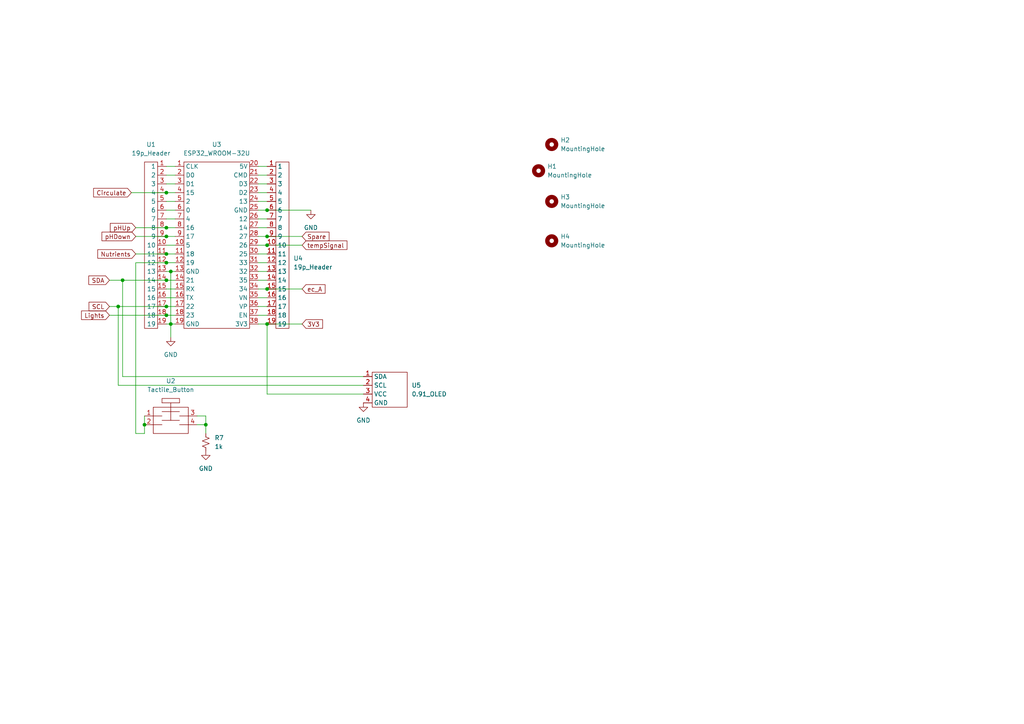
<source format=kicad_sch>
(kicad_sch (version 20211123) (generator eeschema)
  (paper "A4")
  (lib_symbols
    (symbol "Device:R_Small_US" (pin_numbers hide) (pin_names (offset 0.254) hide)
      (property "Reference" "R" (at 0.762 0.508 0))
      (property "Value" "R_Small_US" (at 0.762 -1.016 0))
      (symbol "R_Small_US_1_1"
        (polyline (pts (xy 0 0) (xy 1.016 -0.381) (xy 0 -0.762) (xy -1.016 -1.143) (xy 0 -1.524)))
        (polyline (pts (xy 0 1.524) (xy 1.016 1.143) (xy 0 0.762) (xy -1.016 0.381) (xy 0 0)))
        (pin passive line (at 0 2.54 270) (length 1.016) (name "~") (number "1"))
        (pin passive line (at 0 -2.54 90) (length 1.016) (name "~") (number "2"))
      )
    )
    (symbol "Hydro_Library:0.91_OLED"
      (property "Reference" "U" (at 0 11.43 0))
      (property "Value" "0.91_OLED" (at 0 6.35 0))
      (symbol "0.91_OLED_0_1"
        (rectangle (start -5.08 5.08) (end 5.08 -5.08))
      )
      (symbol "0.91_OLED_1_1"
        (pin input line (at -7.62 3.81 0) (length 2.54) (name "SDA") (number "1"))
        (pin input line (at -7.62 1.27 0) (length 2.54) (name "SCL") (number "2"))
        (pin input line (at -7.62 -1.27 0) (length 2.54) (name "VCC") (number "3"))
        (pin input line (at -7.62 -3.81 0) (length 2.54) (name "GND") (number "4"))
      )
    )
    (symbol "Hydro_Library:19p_Header"
      (property "Reference" "U" (at -3.81 2.54 0))
      (property "Value" "19p_Header" (at 1.27 0 0))
      (symbol "19p_Header_0_1"
        (rectangle (start 0 -1.27) (end -3.81 -49.53))
      )
      (symbol "19p_Header_1_1"
        (pin bidirectional line (at 2.54 -2.54 180) (length 2.54) (name "1") (number "1"))
        (pin bidirectional line (at 2.54 -25.4 180) (length 2.54) (name "10") (number "10"))
        (pin bidirectional line (at 2.54 -27.94 180) (length 2.54) (name "11") (number "11"))
        (pin bidirectional line (at 2.54 -30.48 180) (length 2.54) (name "12") (number "12"))
        (pin bidirectional line (at 2.54 -33.02 180) (length 2.54) (name "13") (number "13"))
        (pin bidirectional line (at 2.54 -35.56 180) (length 2.54) (name "14") (number "14"))
        (pin bidirectional line (at 2.54 -38.1 180) (length 2.54) (name "15") (number "15"))
        (pin bidirectional line (at 2.54 -40.64 180) (length 2.54) (name "16") (number "16"))
        (pin bidirectional line (at 2.54 -43.18 180) (length 2.54) (name "17") (number "17"))
        (pin bidirectional line (at 2.54 -45.72 180) (length 2.54) (name "18") (number "18"))
        (pin bidirectional line (at 2.54 -48.26 180) (length 2.54) (name "19") (number "19"))
        (pin bidirectional line (at 2.54 -5.08 180) (length 2.54) (name "2") (number "2"))
        (pin bidirectional line (at 2.54 -7.62 180) (length 2.54) (name "3") (number "3"))
        (pin bidirectional line (at 2.54 -10.16 180) (length 2.54) (name "4") (number "4"))
        (pin bidirectional line (at 2.54 -12.7 180) (length 2.54) (name "5") (number "5"))
        (pin bidirectional line (at 2.54 -15.24 180) (length 2.54) (name "6") (number "6"))
        (pin bidirectional line (at 2.54 -17.78 180) (length 2.54) (name "7") (number "7"))
        (pin bidirectional line (at 2.54 -20.32 180) (length 2.54) (name "8") (number "8"))
        (pin bidirectional line (at 2.54 -22.86 180) (length 2.54) (name "9") (number "9"))
      )
    )
    (symbol "Hydro_Library:ESP32_WROOM-32U"
      (property "Reference" "U1" (at 9.525 5.08 0))
      (property "Value" "ESP32_WROOM-32U" (at 9.525 2.54 0))
      (symbol "ESP32_WROOM-32U_0_1"
        (rectangle (start 0 0) (end 19.05 -48.26))
      )
      (symbol "ESP32_WROOM-32U_1_1"
        (pin bidirectional line (at -2.54 -1.27 0) (length 2.54) (name "CLK") (number "1"))
        (pin bidirectional line (at -2.54 -24.13 0) (length 2.54) (name "5") (number "10"))
        (pin bidirectional line (at -2.54 -26.67 0) (length 2.54) (name "18") (number "11"))
        (pin bidirectional line (at -2.54 -29.21 0) (length 2.54) (name "19") (number "12"))
        (pin bidirectional line (at -2.54 -31.75 0) (length 2.54) (name "GND") (number "13"))
        (pin bidirectional line (at -2.54 -34.29 0) (length 2.54) (name "21") (number "14"))
        (pin bidirectional line (at -2.54 -36.83 0) (length 2.54) (name "RX") (number "15"))
        (pin bidirectional line (at -2.54 -39.37 0) (length 2.54) (name "TX") (number "16"))
        (pin bidirectional line (at -2.54 -41.91 0) (length 2.54) (name "22") (number "17"))
        (pin bidirectional line (at -2.54 -44.45 0) (length 2.54) (name "23") (number "18"))
        (pin bidirectional line (at -2.54 -46.99 0) (length 2.54) (name "GND") (number "19"))
        (pin bidirectional line (at -2.54 -3.81 0) (length 2.54) (name "D0") (number "2"))
        (pin bidirectional line (at 21.59 -1.27 180) (length 2.54) (name "5V") (number "20"))
        (pin bidirectional line (at 21.59 -3.81 180) (length 2.54) (name "CMD") (number "21"))
        (pin bidirectional line (at 21.59 -6.35 180) (length 2.54) (name "D3") (number "22"))
        (pin bidirectional line (at 21.59 -8.89 180) (length 2.54) (name "D2") (number "23"))
        (pin bidirectional line (at 21.59 -11.43 180) (length 2.54) (name "13") (number "24"))
        (pin bidirectional line (at 21.59 -13.97 180) (length 2.54) (name "GND") (number "25"))
        (pin bidirectional line (at 21.59 -16.51 180) (length 2.54) (name "12") (number "26"))
        (pin bidirectional line (at 21.59 -19.05 180) (length 2.54) (name "14") (number "27"))
        (pin bidirectional line (at 21.59 -21.59 180) (length 2.54) (name "27") (number "28"))
        (pin bidirectional line (at 21.59 -24.13 180) (length 2.54) (name "26") (number "29"))
        (pin bidirectional line (at -2.54 -6.35 0) (length 2.54) (name "D1") (number "3"))
        (pin bidirectional line (at 21.59 -26.67 180) (length 2.54) (name "25") (number "30"))
        (pin bidirectional line (at 21.59 -29.21 180) (length 2.54) (name "33") (number "31"))
        (pin bidirectional line (at 21.59 -31.75 180) (length 2.54) (name "32") (number "32"))
        (pin bidirectional line (at 21.59 -34.29 180) (length 2.54) (name "35") (number "33"))
        (pin bidirectional line (at 21.59 -36.83 180) (length 2.54) (name "34") (number "34"))
        (pin bidirectional line (at 21.59 -39.37 180) (length 2.54) (name "VN") (number "35"))
        (pin bidirectional line (at 21.59 -41.91 180) (length 2.54) (name "VP") (number "36"))
        (pin bidirectional line (at 21.59 -44.45 180) (length 2.54) (name "EN") (number "37"))
        (pin bidirectional line (at 21.59 -46.99 180) (length 2.54) (name "3V3") (number "38"))
        (pin bidirectional line (at -2.54 -8.89 0) (length 2.54) (name "15") (number "4"))
        (pin bidirectional line (at -2.54 -11.43 0) (length 2.54) (name "2") (number "5"))
        (pin bidirectional line (at -2.54 -13.97 0) (length 2.54) (name "0") (number "6"))
        (pin bidirectional line (at -2.54 -16.51 0) (length 2.54) (name "4") (number "7"))
        (pin bidirectional line (at -2.54 -19.05 0) (length 2.54) (name "16") (number "8"))
        (pin bidirectional line (at -2.54 -21.59 0) (length 2.54) (name "17") (number "9"))
      )
    )
    (symbol "Hydro_Library:Tactile_Button"
      (property "Reference" "U" (at 0 8.89 0))
      (property "Value" "Tactile_Button" (at 0 6.35 0))
      (symbol "Tactile_Button_0_1"
        (rectangle (start -5.08 1.27) (end 5.08 -6.35))
        (polyline (pts (xy -5.08 -3.81) (xy -2.54 -3.81)))
        (polyline (pts (xy -5.08 -1.27) (xy -2.54 -1.27)))
        (polyline (pts (xy -2.54 -2.54) (xy 2.54 -2.54)))
        (polyline (pts (xy -2.54 0) (xy 2.54 0)))
        (polyline (pts (xy 5.08 -3.81) (xy 2.54 -3.81)))
        (polyline (pts (xy 5.08 -1.27) (xy 2.54 -1.27)))
        (polyline (pts (xy -2.54 2.54) (xy -2.54 3.81) (xy 2.54 3.81) (xy 2.54 2.54)))
        (polyline (pts (xy 0 -2.54) (xy 0 2.54) (xy -2.54 2.54) (xy 2.54 2.54)))
      )
      (symbol "Tactile_Button_1_1"
        (pin input line (at -7.62 -1.27 0) (length 2.54) (name "") (number "1"))
        (pin input line (at -7.62 -3.81 0) (length 2.54) (name "") (number "2"))
        (pin input line (at 7.62 -1.27 180) (length 2.54) (name "") (number "3"))
        (pin input line (at 7.62 -3.81 180) (length 2.54) (name "") (number "4"))
      )
    )
    (symbol "Mechanical:MountingHole" (pin_names (offset 1.016))
      (property "Reference" "H" (at 0 5.08 0))
      (property "Value" "MountingHole" (at 0 3.175 0))
      (symbol "MountingHole_0_1"
        (circle (center 0 0) (radius 1.27) (stroke (width 1.27)))
      )
    )
    (symbol "power:GND" (power) (pin_names (offset 0))
      (property "Value" "GND" (at 0 -3.81 0))
      (symbol "GND_0_1"
        (polyline (pts (xy 0 0) (xy 0 -1.27) (xy 1.27 -1.27) (xy 0 -2.54) (xy -1.27 -1.27) (xy 0 -1.27)))
      )
      (symbol "GND_1_1"
        (pin power_in line (at 0 0 270) (length 0) hide (name "GND") (number "1"))
      )
    )
  )
  (junction (at 48.26 81.28))
  (junction (at 77.47 83.82))
  (junction (at 41.91 123.19))
  (junction (at 48.26 88.9))
  (junction (at 49.53 78.74))
  (junction (at 35.56 81.28))
  (junction (at 49.53 93.98))
  (junction (at 48.26 68.58))
  (junction (at 48.26 76.2))
  (junction (at 48.26 66.04))
  (junction (at 77.47 60.96))
  (junction (at 48.26 73.66))
  (junction (at 77.47 93.98))
  (junction (at 77.47 71.12))
  (junction (at 48.26 55.88))
  (junction (at 34.29 88.9))
  (junction (at 48.26 91.44))
  (junction (at 59.69 123.19))
  (junction (at 77.47 68.58))
  (wire (pts (xy 48.26 71.12) (xy 50.8 71.12)))
  (wire (pts (xy 49.53 78.74) (xy 49.53 93.98)))
  (wire (pts (xy 35.56 109.22) (xy 105.41 109.22)))
  (wire (pts (xy 34.29 88.9) (xy 34.29 111.76)))
  (wire (pts (xy 77.47 76.2) (xy 74.93 76.2)))
  (wire (pts (xy 77.47 50.8) (xy 74.93 50.8)))
  (wire (pts (xy 48.26 66.04) (xy 50.8 66.04)))
  (wire (pts (xy 49.53 93.98) (xy 49.53 97.79)))
  (wire (pts (xy 77.47 48.26) (xy 74.93 48.26)))
  (wire (pts (xy 34.29 88.9) (xy 48.26 88.9)))
  (wire (pts (xy 39.37 68.58) (xy 48.26 68.58)))
  (wire (pts (xy 35.56 81.28) (xy 35.56 109.22)))
  (wire (pts (xy 77.47 58.42) (xy 74.93 58.42)))
  (wire (pts (xy 48.26 63.5) (xy 50.8 63.5)))
  (wire (pts (xy 48.26 86.36) (xy 50.8 86.36)))
  (wire (pts (xy 48.26 55.88) (xy 50.8 55.88)))
  (wire (pts (xy 77.47 71.12) (xy 74.93 71.12)))
  (wire (pts (xy 48.26 88.9) (xy 50.8 88.9)))
  (wire (pts (xy 48.26 53.34) (xy 50.8 53.34)))
  (wire (pts (xy 49.53 93.98) (xy 50.8 93.98)))
  (wire (pts (xy 48.26 68.58) (xy 50.8 68.58)))
  (wire (pts (xy 39.37 76.2) (xy 39.37 125.73)))
  (wire (pts (xy 41.91 123.19) (xy 41.91 125.73)))
  (wire (pts (xy 39.37 76.2) (xy 48.26 76.2)))
  (wire (pts (xy 31.75 81.28) (xy 35.56 81.28)))
  (wire (pts (xy 77.47 86.36) (xy 74.93 86.36)))
  (wire (pts (xy 87.63 68.58) (xy 77.47 68.58)))
  (wire (pts (xy 57.15 123.19) (xy 59.69 123.19)))
  (wire (pts (xy 77.47 55.88) (xy 74.93 55.88)))
  (wire (pts (xy 48.26 83.82) (xy 50.8 83.82)))
  (wire (pts (xy 48.26 60.96) (xy 50.8 60.96)))
  (wire (pts (xy 59.69 120.65) (xy 59.69 123.19)))
  (wire (pts (xy 74.93 60.96) (xy 77.47 60.96)))
  (wire (pts (xy 48.26 93.98) (xy 49.53 93.98)))
  (wire (pts (xy 35.56 81.28) (xy 48.26 81.28)))
  (wire (pts (xy 48.26 50.8) (xy 50.8 50.8)))
  (wire (pts (xy 48.26 76.2) (xy 50.8 76.2)))
  (wire (pts (xy 31.75 91.44) (xy 48.26 91.44)))
  (wire (pts (xy 77.47 83.82) (xy 74.93 83.82)))
  (wire (pts (xy 39.37 73.66) (xy 48.26 73.66)))
  (wire (pts (xy 77.47 78.74) (xy 74.93 78.74)))
  (wire (pts (xy 57.15 120.65) (xy 59.69 120.65)))
  (wire (pts (xy 31.75 88.9) (xy 34.29 88.9)))
  (wire (pts (xy 77.47 93.98) (xy 77.47 114.3)))
  (wire (pts (xy 77.47 83.82) (xy 87.63 83.82)))
  (wire (pts (xy 49.53 78.74) (xy 50.8 78.74)))
  (wire (pts (xy 48.26 58.42) (xy 50.8 58.42)))
  (wire (pts (xy 59.69 123.19) (xy 59.69 125.73)))
  (wire (pts (xy 48.26 91.44) (xy 50.8 91.44)))
  (wire (pts (xy 77.47 81.28) (xy 74.93 81.28)))
  (wire (pts (xy 48.26 78.74) (xy 49.53 78.74)))
  (wire (pts (xy 39.37 66.04) (xy 48.26 66.04)))
  (wire (pts (xy 77.47 68.58) (xy 74.93 68.58)))
  (wire (pts (xy 48.26 81.28) (xy 50.8 81.28)))
  (wire (pts (xy 77.47 91.44) (xy 74.93 91.44)))
  (wire (pts (xy 41.91 120.65) (xy 41.91 123.19)))
  (wire (pts (xy 38.1 55.88) (xy 48.26 55.88)))
  (wire (pts (xy 77.47 114.3) (xy 105.41 114.3)))
  (wire (pts (xy 77.47 93.98) (xy 74.93 93.98)))
  (wire (pts (xy 77.47 66.04) (xy 74.93 66.04)))
  (wire (pts (xy 77.47 63.5) (xy 74.93 63.5)))
  (wire (pts (xy 77.47 53.34) (xy 74.93 53.34)))
  (wire (pts (xy 41.91 125.73) (xy 39.37 125.73)))
  (wire (pts (xy 77.47 73.66) (xy 74.93 73.66)))
  (wire (pts (xy 48.26 48.26) (xy 50.8 48.26)))
  (wire (pts (xy 34.29 111.76) (xy 105.41 111.76)))
  (wire (pts (xy 77.47 60.96) (xy 90.17 60.96)))
  (wire (pts (xy 77.47 93.98) (xy 87.63 93.98)))
  (wire (pts (xy 48.26 73.66) (xy 50.8 73.66)))
  (wire (pts (xy 87.63 71.12) (xy 77.47 71.12)))
  (wire (pts (xy 77.47 88.9) (xy 74.93 88.9)))
  (global_label "ec_A" (shape input) (at 87.63 83.82 0) (property "Intersheet References" "${INTERSHEET_REFS}" (effects hide)))
  (global_label "pHUp" (shape input) (at 39.37 66.04 180) (property "Intersheet References" "${INTERSHEET_REFS}" (effects hide)))
  (global_label "Nutrients" (shape input) (at 39.37 73.66 180) (property "Intersheet References" "${INTERSHEET_REFS}" (effects hide)))
  (global_label "Lights" (shape input) (at 31.75 91.44 180) (property "Intersheet References" "${INTERSHEET_REFS}" (effects hide)))
  (global_label "pHDown" (shape input) (at 39.37 68.58 180) (property "Intersheet References" "${INTERSHEET_REFS}" (effects hide)))
  (global_label "Spare" (shape input) (at 87.63 68.58 0) (property "Intersheet References" "${INTERSHEET_REFS}" (effects hide)))
  (global_label "tempSignal" (shape input) (at 87.63 71.12 0) (property "Intersheet References" "${INTERSHEET_REFS}" (effects hide)))
  (global_label "SDA" (shape input) (at 31.75 81.28 180) (property "Intersheet References" "${INTERSHEET_REFS}" (effects hide)))
  (global_label "Circulate" (shape input) (at 38.1 55.88 180) (property "Intersheet References" "${INTERSHEET_REFS}" (effects hide)))
  (global_label "3V3" (shape input) (at 87.63 93.98 0) (property "Intersheet References" "${INTERSHEET_REFS}" (effects hide)))
  (global_label "SCL" (shape input) (at 31.75 88.9 180) (property "Intersheet References" "${INTERSHEET_REFS}" (effects hide)))
  (symbol (lib_id "Device:R_Small_US") (at 59.69 128.27 0) (unit 1)
    (property "Reference" "R7" (at 62.23 126.9999 0) (effects (justify left)))
    (property "Value" "1k" (at 62.23 129.5399 0) (effects (justify left)))
    (property "Footprint" "Resistor_THT:R_Axial_DIN0204_L3.6mm_D1.6mm_P7.62mm_Horizontal" (effects hide))
  )
  (symbol (lib_id "Hydro_Library:19p_Header") (at 45.72 45.72 0) (unit 1)
    (property "Reference" "U1" (at 43.815 41.91 0))
    (property "Value" "19p_Header" (at 43.815 44.45 0))
    (property "Footprint" "Hydro:19p Header" (effects hide))
  )
  (symbol (lib_id "power:GND") (at 59.69 130.81 0) (unit 1)
    (property "Reference" "#PWR014" (effects hide))
    (property "Value" "GND" (at 59.69 135.89 0))
  )
  (symbol (lib_id "Hydro_Library:Tactile_Button") (at 49.53 119.38 0) (unit 1)
    (property "Reference" "U2" (at 49.53 110.49 0))
    (property "Value" "Tactile_Button" (at 49.53 113.03 0))
    (property "Footprint" "Hydro:Tactile_Button" (effects hide))
  )
  (symbol (lib_id "Mechanical:MountingHole") (at 160.02 69.85 0) (unit 1)
    (property "Reference" "H4" (at 162.56 68.5799 0) (effects (justify left)))
    (property "Value" "MountingHole" (at 162.56 71.1199 0) (effects (justify left)))
    (property "Footprint" "Hydro:Mounting Hole" (effects hide))
  )
  (symbol (lib_id "Mechanical:MountingHole") (at 156.21 49.53 0) (unit 1)
    (property "Reference" "H1" (at 158.75 48.2599 0) (effects (justify left)))
    (property "Value" "MountingHole" (at 158.75 50.7999 0) (effects (justify left)))
    (property "Footprint" "Hydro:Mounting Hole" (effects hide))
  )
  (symbol (lib_id "power:GND") (at 90.17 60.96 0) (unit 1)
    (property "Reference" "#PWR015" (effects hide))
    (property "Value" "GND" (at 90.17 66.04 0))
  )
  (symbol (lib_id "Mechanical:MountingHole") (at 160.02 58.42 0) (unit 1)
    (property "Reference" "H3" (at 162.56 57.1499 0) (effects (justify left)))
    (property "Value" "MountingHole" (at 162.56 59.6899 0) (effects (justify left)))
    (property "Footprint" "Hydro:Mounting Hole" (effects hide))
  )
  (symbol (lib_id "Hydro_Library:0.91_OLED") (at 113.03 113.03 0) (unit 1)
    (property "Reference" "U5" (at 119.38 111.7599 0) (effects (justify left)))
    (property "Value" "0.91_OLED" (at 119.38 114.2999 0) (effects (justify left)))
    (property "Footprint" "Hydro:0.91 OLED" (effects hide))
  )
  (symbol (lib_id "Hydro_Library:ESP32_WROOM-32U") (at 53.34 46.99 0) (unit 1)
    (property "Reference" "U3" (at 62.865 41.91 0))
    (property "Value" "ESP32_WROOM-32U" (at 62.865 44.45 0))
    (property "Footprint" "Hydro:ESP32-WROOM-32U" (effects hide))
  )
  (symbol (lib_id "power:GND") (at 105.41 116.84 0) (unit 1)
    (property "Reference" "#PWR016" (effects hide))
    (property "Value" "GND" (at 105.41 121.92 0))
  )
  (symbol (lib_id "Hydro_Library:19p_Header") (at 80.01 45.72 0) (mirror y) (unit 1)
    (property "Reference" "U4" (at 85.09 74.93 0) (effects (justify right)))
    (property "Value" "19p_Header" (at 85.09 77.47 0) (effects (justify right)))
    (property "Footprint" "Hydro:19p Header" (effects hide))
  )
  (symbol (lib_id "Mechanical:MountingHole") (at 160.02 41.91 0) (unit 1)
    (property "Reference" "H2" (at 162.56 40.6399 0) (effects (justify left)))
    (property "Value" "MountingHole" (at 162.56 43.1799 0) (effects (justify left)))
    (property "Footprint" "Hydro:Mounting Hole" (effects hide))
  )
  (symbol (lib_id "power:GND") (at 49.53 97.79 0) (unit 1)
    (property "Reference" "#PWR013" (effects hide))
    (property "Value" "GND" (at 49.53 102.87 0))
  )
)
</source>
